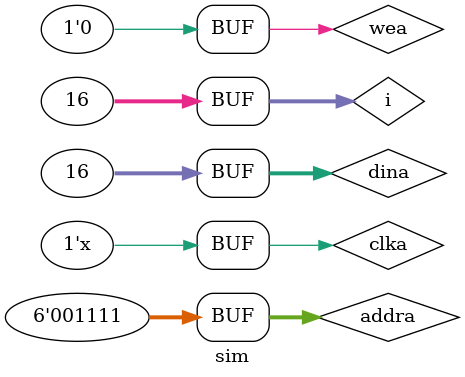
<source format=v>
`timescale 1ns / 1ps

module sim;
  reg clka;
  reg wea;
  reg [5:0] addra;
  reg [31:0] dina;
  wire [31:0] douta;

  RAM_B uut (
      .clka (clka),
      .wea  (wea),
      .addra(addra),
      .dina (dina),
      .douta(douta)
  );

  integer i;
  always begin
    #1 clka = ~clka;
  end

  initial begin
    clka = 0;
    wea  = 0;
    //先测试读数据功能,这时只需观察douta的值
    for (i = 0; i < 10; i = i + 1) begin
      addra = i;
      #3;
    end
    //测试写数据功能：1.覆盖之前的数据 2.写入新的数据 3.读取数据观察是否正确
    #3 wea = 1;
    for (i = 0; i < 16; i = i + 1) begin
      addra = i;
      dina  = i + 1;  //0~15分别写入1~16
      #3;
    end

    #3 wea = 0;
    for (i = 0; i < 16; i = i + 1) begin
      addra = i;
      #3;
    end
  end

endmodule

</source>
